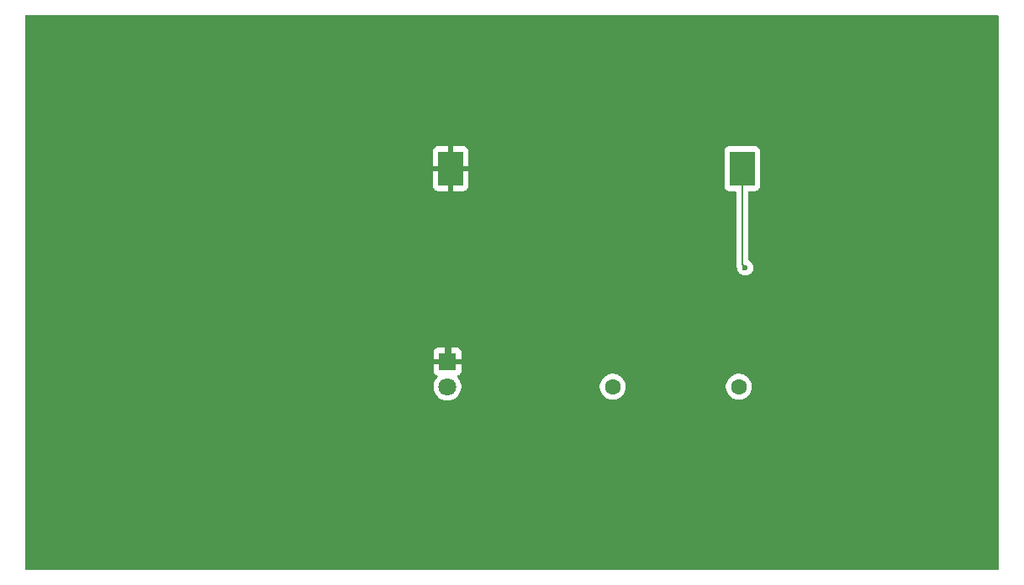
<source format=gbr>
%TF.GenerationSoftware,KiCad,Pcbnew,9.0.3*%
%TF.CreationDate,2025-09-02T22:18:53+02:00*%
%TF.ProjectId,digital_organ,64696769-7461-46c5-9f6f-7267616e2e6b,0*%
%TF.SameCoordinates,Original*%
%TF.FileFunction,Copper,L2,Bot*%
%TF.FilePolarity,Positive*%
%FSLAX46Y46*%
G04 Gerber Fmt 4.6, Leading zero omitted, Abs format (unit mm)*
G04 Created by KiCad (PCBNEW 9.0.3) date 2025-09-02 22:18:53*
%MOMM*%
%LPD*%
G01*
G04 APERTURE LIST*
%TA.AperFunction,ComponentPad*%
%ADD10C,1.600000*%
%TD*%
%TA.AperFunction,ComponentPad*%
%ADD11R,1.800000X1.800000*%
%TD*%
%TA.AperFunction,ComponentPad*%
%ADD12C,1.800000*%
%TD*%
%TA.AperFunction,SMDPad,CuDef*%
%ADD13R,2.540000X3.510000*%
%TD*%
%TA.AperFunction,ViaPad*%
%ADD14C,0.600000*%
%TD*%
%TA.AperFunction,Conductor*%
%ADD15C,0.200000*%
%TD*%
G04 APERTURE END LIST*
D10*
%TO.P,R1,1*%
%TO.N,VCC*%
X171350000Y-109000000D03*
%TO.P,R1,2*%
%TO.N,/test*%
X158650000Y-109000000D03*
%TD*%
D11*
%TO.P,D1,1,K*%
%TO.N,GND*%
X142000000Y-106460000D03*
D12*
%TO.P,D1,2,A*%
%TO.N,/test*%
X142000000Y-109000000D03*
%TD*%
D13*
%TO.P,BT1,1,+*%
%TO.N,VCC*%
X171680000Y-87000000D03*
%TO.P,BT1,2,-*%
%TO.N,GND*%
X142320000Y-87000000D03*
%TD*%
D14*
%TO.N,VCC*%
X172000000Y-97000000D03*
%TD*%
D15*
%TO.N,VCC*%
X171680000Y-96680000D02*
X172000000Y-97000000D01*
X171680000Y-87000000D02*
X171680000Y-96680000D01*
%TO.N,GND*%
X142320000Y-87000000D02*
X142320000Y-106140000D01*
X142320000Y-106140000D02*
X142000000Y-106460000D01*
%TD*%
%TA.AperFunction,Conductor*%
%TO.N,GND*%
G36*
X197442539Y-71520185D02*
G01*
X197488294Y-71572989D01*
X197499500Y-71624500D01*
X197499500Y-127375500D01*
X197479815Y-127442539D01*
X197427011Y-127488294D01*
X197375500Y-127499500D01*
X99624500Y-127499500D01*
X99557461Y-127479815D01*
X99511706Y-127427011D01*
X99500500Y-127375500D01*
X99500500Y-108889778D01*
X140599500Y-108889778D01*
X140599500Y-109110221D01*
X140633985Y-109327952D01*
X140702103Y-109537603D01*
X140702104Y-109537606D01*
X140770122Y-109671096D01*
X140775479Y-109681610D01*
X140802187Y-109734025D01*
X140931752Y-109912358D01*
X140931756Y-109912363D01*
X141087636Y-110068243D01*
X141087641Y-110068247D01*
X141148258Y-110112287D01*
X141265978Y-110197815D01*
X141394375Y-110263237D01*
X141462393Y-110297895D01*
X141462396Y-110297896D01*
X141567221Y-110331955D01*
X141672049Y-110366015D01*
X141889778Y-110400500D01*
X141889779Y-110400500D01*
X142110221Y-110400500D01*
X142110222Y-110400500D01*
X142327951Y-110366015D01*
X142537606Y-110297895D01*
X142734022Y-110197815D01*
X142912365Y-110068242D01*
X143068242Y-109912365D01*
X143197815Y-109734022D01*
X143297895Y-109537606D01*
X143366015Y-109327951D01*
X143400500Y-109110222D01*
X143400500Y-108897648D01*
X157349500Y-108897648D01*
X157349500Y-109102351D01*
X157381522Y-109304534D01*
X157444781Y-109499223D01*
X157537715Y-109681613D01*
X157658028Y-109847213D01*
X157802786Y-109991971D01*
X157957749Y-110104556D01*
X157968390Y-110112287D01*
X158084607Y-110171503D01*
X158150776Y-110205218D01*
X158150778Y-110205218D01*
X158150781Y-110205220D01*
X158255137Y-110239127D01*
X158345465Y-110268477D01*
X158446557Y-110284488D01*
X158547648Y-110300500D01*
X158547649Y-110300500D01*
X158752351Y-110300500D01*
X158752352Y-110300500D01*
X158954534Y-110268477D01*
X159149219Y-110205220D01*
X159331610Y-110112287D01*
X159424590Y-110044732D01*
X159497213Y-109991971D01*
X159497215Y-109991968D01*
X159497219Y-109991966D01*
X159641966Y-109847219D01*
X159641968Y-109847215D01*
X159641971Y-109847213D01*
X159694732Y-109774590D01*
X159762287Y-109681610D01*
X159855220Y-109499219D01*
X159918477Y-109304534D01*
X159950500Y-109102352D01*
X159950500Y-108897648D01*
X170049500Y-108897648D01*
X170049500Y-109102351D01*
X170081522Y-109304534D01*
X170144781Y-109499223D01*
X170237715Y-109681613D01*
X170358028Y-109847213D01*
X170502786Y-109991971D01*
X170657749Y-110104556D01*
X170668390Y-110112287D01*
X170784607Y-110171503D01*
X170850776Y-110205218D01*
X170850778Y-110205218D01*
X170850781Y-110205220D01*
X170955137Y-110239127D01*
X171045465Y-110268477D01*
X171146557Y-110284488D01*
X171247648Y-110300500D01*
X171247649Y-110300500D01*
X171452351Y-110300500D01*
X171452352Y-110300500D01*
X171654534Y-110268477D01*
X171849219Y-110205220D01*
X172031610Y-110112287D01*
X172124590Y-110044732D01*
X172197213Y-109991971D01*
X172197215Y-109991968D01*
X172197219Y-109991966D01*
X172341966Y-109847219D01*
X172341968Y-109847215D01*
X172341971Y-109847213D01*
X172394732Y-109774590D01*
X172462287Y-109681610D01*
X172555220Y-109499219D01*
X172618477Y-109304534D01*
X172650500Y-109102352D01*
X172650500Y-108897648D01*
X172618477Y-108695465D01*
X172555218Y-108500776D01*
X172521503Y-108434607D01*
X172462287Y-108318390D01*
X172424205Y-108265974D01*
X172341971Y-108152786D01*
X172197213Y-108008028D01*
X172031613Y-107887715D01*
X172031612Y-107887714D01*
X172031610Y-107887713D01*
X171974653Y-107858691D01*
X171849223Y-107794781D01*
X171654534Y-107731522D01*
X171468799Y-107702105D01*
X171452352Y-107699500D01*
X171247648Y-107699500D01*
X171231201Y-107702105D01*
X171045465Y-107731522D01*
X170850776Y-107794781D01*
X170668386Y-107887715D01*
X170502786Y-108008028D01*
X170358028Y-108152786D01*
X170237715Y-108318386D01*
X170144781Y-108500776D01*
X170081522Y-108695465D01*
X170049500Y-108897648D01*
X159950500Y-108897648D01*
X159918477Y-108695465D01*
X159855218Y-108500776D01*
X159821503Y-108434607D01*
X159762287Y-108318390D01*
X159724205Y-108265974D01*
X159641971Y-108152786D01*
X159497213Y-108008028D01*
X159331613Y-107887715D01*
X159331612Y-107887714D01*
X159331610Y-107887713D01*
X159274653Y-107858691D01*
X159149223Y-107794781D01*
X158954534Y-107731522D01*
X158768799Y-107702105D01*
X158752352Y-107699500D01*
X158547648Y-107699500D01*
X158531201Y-107702105D01*
X158345465Y-107731522D01*
X158150776Y-107794781D01*
X157968386Y-107887715D01*
X157802786Y-108008028D01*
X157658028Y-108152786D01*
X157537715Y-108318386D01*
X157444781Y-108500776D01*
X157381522Y-108695465D01*
X157349500Y-108897648D01*
X143400500Y-108897648D01*
X143400500Y-108889778D01*
X143366015Y-108672049D01*
X143297895Y-108462394D01*
X143297895Y-108462393D01*
X143263237Y-108394375D01*
X143197815Y-108265978D01*
X143115573Y-108152781D01*
X143068247Y-108087641D01*
X143068243Y-108087636D01*
X143017683Y-108037076D01*
X142984198Y-107975753D01*
X142989182Y-107906061D01*
X143031054Y-107850128D01*
X143062031Y-107833213D01*
X143142086Y-107803354D01*
X143142093Y-107803350D01*
X143257187Y-107717190D01*
X143257190Y-107717187D01*
X143343350Y-107602093D01*
X143343354Y-107602086D01*
X143393596Y-107467379D01*
X143393598Y-107467372D01*
X143399999Y-107407844D01*
X143400000Y-107407827D01*
X143400000Y-106710000D01*
X142375278Y-106710000D01*
X142419333Y-106633694D01*
X142450000Y-106519244D01*
X142450000Y-106400756D01*
X142419333Y-106286306D01*
X142375278Y-106210000D01*
X143400000Y-106210000D01*
X143400000Y-105512172D01*
X143399999Y-105512155D01*
X143393598Y-105452627D01*
X143393596Y-105452620D01*
X143343354Y-105317913D01*
X143343350Y-105317906D01*
X143257190Y-105202812D01*
X143257187Y-105202809D01*
X143142093Y-105116649D01*
X143142086Y-105116645D01*
X143007379Y-105066403D01*
X143007372Y-105066401D01*
X142947844Y-105060000D01*
X142250000Y-105060000D01*
X142250000Y-106084722D01*
X142173694Y-106040667D01*
X142059244Y-106010000D01*
X141940756Y-106010000D01*
X141826306Y-106040667D01*
X141750000Y-106084722D01*
X141750000Y-105060000D01*
X141052155Y-105060000D01*
X140992627Y-105066401D01*
X140992620Y-105066403D01*
X140857913Y-105116645D01*
X140857906Y-105116649D01*
X140742812Y-105202809D01*
X140742809Y-105202812D01*
X140656649Y-105317906D01*
X140656645Y-105317913D01*
X140606403Y-105452620D01*
X140606401Y-105452627D01*
X140600000Y-105512155D01*
X140600000Y-106210000D01*
X141624722Y-106210000D01*
X141580667Y-106286306D01*
X141550000Y-106400756D01*
X141550000Y-106519244D01*
X141580667Y-106633694D01*
X141624722Y-106710000D01*
X140600000Y-106710000D01*
X140600000Y-107407844D01*
X140606401Y-107467372D01*
X140606403Y-107467379D01*
X140656645Y-107602086D01*
X140656649Y-107602093D01*
X140742809Y-107717187D01*
X140742812Y-107717190D01*
X140857906Y-107803350D01*
X140857913Y-107803354D01*
X140937968Y-107833213D01*
X140993902Y-107875084D01*
X141018319Y-107940549D01*
X141003467Y-108008822D01*
X140982317Y-108037075D01*
X140931756Y-108087636D01*
X140931752Y-108087641D01*
X140802187Y-108265974D01*
X140702104Y-108462393D01*
X140702103Y-108462396D01*
X140633985Y-108672047D01*
X140599500Y-108889778D01*
X99500500Y-108889778D01*
X99500500Y-88802844D01*
X140550000Y-88802844D01*
X140556401Y-88862372D01*
X140556403Y-88862379D01*
X140606645Y-88997086D01*
X140606649Y-88997093D01*
X140692809Y-89112187D01*
X140692812Y-89112190D01*
X140807906Y-89198350D01*
X140807913Y-89198354D01*
X140942620Y-89248596D01*
X140942627Y-89248598D01*
X141002155Y-89254999D01*
X141002172Y-89255000D01*
X142070000Y-89255000D01*
X142570000Y-89255000D01*
X143637828Y-89255000D01*
X143637844Y-89254999D01*
X143697372Y-89248598D01*
X143697379Y-89248596D01*
X143832086Y-89198354D01*
X143832093Y-89198350D01*
X143947187Y-89112190D01*
X143947190Y-89112187D01*
X144033350Y-88997093D01*
X144033354Y-88997086D01*
X144083596Y-88862379D01*
X144083598Y-88862372D01*
X144089999Y-88802844D01*
X144090000Y-88802827D01*
X144090000Y-87250000D01*
X142570000Y-87250000D01*
X142570000Y-89255000D01*
X142070000Y-89255000D01*
X142070000Y-87250000D01*
X140550000Y-87250000D01*
X140550000Y-88802844D01*
X99500500Y-88802844D01*
X99500500Y-85197155D01*
X140550000Y-85197155D01*
X140550000Y-86750000D01*
X142070000Y-86750000D01*
X142570000Y-86750000D01*
X144090000Y-86750000D01*
X144090000Y-85197164D01*
X144089997Y-85197135D01*
X169909500Y-85197135D01*
X169909500Y-88802870D01*
X169909501Y-88802876D01*
X169915908Y-88862483D01*
X169966202Y-88997328D01*
X169966206Y-88997335D01*
X170052452Y-89112544D01*
X170052455Y-89112547D01*
X170167664Y-89198793D01*
X170167671Y-89198797D01*
X170212618Y-89215561D01*
X170302517Y-89249091D01*
X170362127Y-89255500D01*
X170955500Y-89255499D01*
X171022539Y-89275183D01*
X171068294Y-89327987D01*
X171079500Y-89379499D01*
X171079500Y-96593330D01*
X171079499Y-96593348D01*
X171079499Y-96759054D01*
X171079498Y-96759054D01*
X171079499Y-96759057D01*
X171120423Y-96911785D01*
X171120424Y-96911787D01*
X171120423Y-96911787D01*
X171125709Y-96920941D01*
X171125711Y-96920944D01*
X171182887Y-97019976D01*
X171197084Y-97072961D01*
X171198903Y-97072782D01*
X171199500Y-97078846D01*
X171230261Y-97233489D01*
X171230264Y-97233501D01*
X171290602Y-97379172D01*
X171290609Y-97379185D01*
X171378210Y-97510288D01*
X171378213Y-97510292D01*
X171489707Y-97621786D01*
X171489711Y-97621789D01*
X171620814Y-97709390D01*
X171620827Y-97709397D01*
X171766498Y-97769735D01*
X171766503Y-97769737D01*
X171921153Y-97800499D01*
X171921156Y-97800500D01*
X171921158Y-97800500D01*
X172078844Y-97800500D01*
X172078845Y-97800499D01*
X172233497Y-97769737D01*
X172379179Y-97709394D01*
X172510289Y-97621789D01*
X172621789Y-97510289D01*
X172709394Y-97379179D01*
X172769737Y-97233497D01*
X172800500Y-97078842D01*
X172800500Y-96921158D01*
X172800500Y-96921155D01*
X172800499Y-96921153D01*
X172769738Y-96766510D01*
X172769737Y-96766503D01*
X172766652Y-96759054D01*
X172709397Y-96620827D01*
X172709390Y-96620814D01*
X172621789Y-96489711D01*
X172621786Y-96489707D01*
X172510292Y-96378213D01*
X172510288Y-96378210D01*
X172379185Y-96290609D01*
X172379170Y-96290601D01*
X172357046Y-96281437D01*
X172302643Y-96237596D01*
X172280579Y-96171301D01*
X172280500Y-96166877D01*
X172280500Y-89379499D01*
X172300185Y-89312460D01*
X172352989Y-89266705D01*
X172404500Y-89255499D01*
X172997871Y-89255499D01*
X172997872Y-89255499D01*
X173057483Y-89249091D01*
X173192331Y-89198796D01*
X173307546Y-89112546D01*
X173393796Y-88997331D01*
X173444091Y-88862483D01*
X173450500Y-88802873D01*
X173450499Y-85197128D01*
X173444091Y-85137517D01*
X173393884Y-85002906D01*
X173393797Y-85002671D01*
X173393793Y-85002664D01*
X173307547Y-84887455D01*
X173307544Y-84887452D01*
X173192335Y-84801206D01*
X173192328Y-84801202D01*
X173057482Y-84750908D01*
X173057483Y-84750908D01*
X172997883Y-84744501D01*
X172997881Y-84744500D01*
X172997873Y-84744500D01*
X172997864Y-84744500D01*
X170362129Y-84744500D01*
X170362123Y-84744501D01*
X170302516Y-84750908D01*
X170167671Y-84801202D01*
X170167664Y-84801206D01*
X170052455Y-84887452D01*
X170052452Y-84887455D01*
X169966206Y-85002664D01*
X169966202Y-85002671D01*
X169915908Y-85137517D01*
X169909501Y-85197116D01*
X169909501Y-85197123D01*
X169909500Y-85197135D01*
X144089997Y-85197135D01*
X144083598Y-85137627D01*
X144083596Y-85137620D01*
X144033354Y-85002913D01*
X144033350Y-85002906D01*
X143947190Y-84887812D01*
X143947187Y-84887809D01*
X143832093Y-84801649D01*
X143832086Y-84801645D01*
X143697379Y-84751403D01*
X143697372Y-84751401D01*
X143637844Y-84745000D01*
X142570000Y-84745000D01*
X142570000Y-86750000D01*
X142070000Y-86750000D01*
X142070000Y-84745000D01*
X141002155Y-84745000D01*
X140942627Y-84751401D01*
X140942620Y-84751403D01*
X140807913Y-84801645D01*
X140807906Y-84801649D01*
X140692812Y-84887809D01*
X140692809Y-84887812D01*
X140606649Y-85002906D01*
X140606645Y-85002913D01*
X140556403Y-85137620D01*
X140556401Y-85137627D01*
X140550000Y-85197155D01*
X99500500Y-85197155D01*
X99500500Y-71624500D01*
X99520185Y-71557461D01*
X99572989Y-71511706D01*
X99624500Y-71500500D01*
X197375500Y-71500500D01*
X197442539Y-71520185D01*
G37*
%TD.AperFunction*%
%TD*%
M02*

</source>
